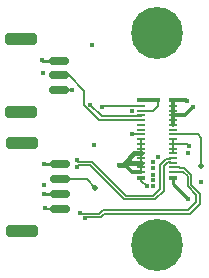
<source format=gbr>
%TF.GenerationSoftware,KiCad,Pcbnew,7.0.10*%
%TF.CreationDate,2024-02-02T13:19:37-05:00*%
%TF.ProjectId,quad_radio_adapter,71756164-5f72-4616-9469-6f5f61646170,rev?*%
%TF.SameCoordinates,Original*%
%TF.FileFunction,Copper,L6,Bot*%
%TF.FilePolarity,Positive*%
%FSLAX46Y46*%
G04 Gerber Fmt 4.6, Leading zero omitted, Abs format (unit mm)*
G04 Created by KiCad (PCBNEW 7.0.10) date 2024-02-02 13:19:37*
%MOMM*%
%LPD*%
G01*
G04 APERTURE LIST*
G04 Aperture macros list*
%AMRoundRect*
0 Rectangle with rounded corners*
0 $1 Rounding radius*
0 $2 $3 $4 $5 $6 $7 $8 $9 X,Y pos of 4 corners*
0 Add a 4 corners polygon primitive as box body*
4,1,4,$2,$3,$4,$5,$6,$7,$8,$9,$2,$3,0*
0 Add four circle primitives for the rounded corners*
1,1,$1+$1,$2,$3*
1,1,$1+$1,$4,$5*
1,1,$1+$1,$6,$7*
1,1,$1+$1,$8,$9*
0 Add four rect primitives between the rounded corners*
20,1,$1+$1,$2,$3,$4,$5,0*
20,1,$1+$1,$4,$5,$6,$7,0*
20,1,$1+$1,$6,$7,$8,$9,0*
20,1,$1+$1,$8,$9,$2,$3,0*%
G04 Aperture macros list end*
%TA.AperFunction,ComponentPad*%
%ADD10C,4.400000*%
%TD*%
%TA.AperFunction,SMDPad,CuDef*%
%ADD11RoundRect,0.150000X0.700000X-0.150000X0.700000X0.150000X-0.700000X0.150000X-0.700000X-0.150000X0*%
%TD*%
%TA.AperFunction,SMDPad,CuDef*%
%ADD12RoundRect,0.250000X1.100000X-0.250000X1.100000X0.250000X-1.100000X0.250000X-1.100000X-0.250000X0*%
%TD*%
%TA.AperFunction,SMDPad,CuDef*%
%ADD13R,0.660000X0.230000*%
%TD*%
%TA.AperFunction,SMDPad,CuDef*%
%ADD14R,0.660000X0.350000*%
%TD*%
%TA.AperFunction,ViaPad*%
%ADD15C,0.400000*%
%TD*%
%TA.AperFunction,ViaPad*%
%ADD16C,0.500000*%
%TD*%
%TA.AperFunction,Conductor*%
%ADD17C,0.254000*%
%TD*%
%TA.AperFunction,Conductor*%
%ADD18C,0.152400*%
%TD*%
%TA.AperFunction,Conductor*%
%ADD19C,0.203200*%
%TD*%
%TA.AperFunction,Conductor*%
%ADD20C,0.304800*%
%TD*%
%TA.AperFunction,Conductor*%
%ADD21C,0.132080*%
%TD*%
%TA.AperFunction,Conductor*%
%ADD22C,0.381000*%
%TD*%
%TA.AperFunction,Conductor*%
%ADD23C,0.127000*%
%TD*%
G04 APERTURE END LIST*
D10*
%TO.P,H1,1,1*%
%TO.N,GND*%
X104000000Y-91000000D03*
%TD*%
%TO.P,H2,1,1*%
%TO.N,GND*%
X104000000Y-109000000D03*
%TD*%
D11*
%TO.P,J4,1,Pin_1*%
%TO.N,RC_INPUT*%
X95765238Y-105900000D03*
%TO.P,J4,2,Pin_2*%
%TO.N,GND*%
X95765238Y-104650000D03*
%TO.P,J4,3,Pin_3*%
%TO.N,SBUS2_HERELINK*%
X95765238Y-103400000D03*
%TO.P,J4,4,Pin_4*%
%TO.N,GND*%
X95765238Y-102150000D03*
D12*
%TO.P,J4,MP*%
%TO.N,N/C*%
X92565238Y-107750000D03*
X92565238Y-100300000D03*
%TD*%
D13*
%TO.P,J1,1,Pin_1*%
%TO.N,GND*%
X105355000Y-97200000D03*
%TO.P,J1,2,Pin_2*%
X105355000Y-97600000D03*
%TO.P,J1,3,Pin_3*%
X105355000Y-98000000D03*
%TO.P,J1,4,Pin_4*%
X105355000Y-98400000D03*
%TO.P,J1,5,Pin_5*%
X105355000Y-98800000D03*
%TO.P,J1,6,Pin_6*%
%TO.N,unconnected-(J1-Pin_6-Pad6)*%
X105355000Y-99200000D03*
%TO.P,J1,7,Pin_7*%
%TO.N,SBUS2_HERELINK*%
X105355000Y-99600000D03*
%TO.P,J1,8,Pin_8*%
%TO.N,GND*%
X105355000Y-100000000D03*
%TO.P,J1,9,Pin_9*%
X105355000Y-100400000D03*
%TO.P,J1,10,Pin_10*%
X105355000Y-100800000D03*
%TO.P,J1,11,Pin_11*%
X105355000Y-101200000D03*
%TO.P,J1,12,Pin_12*%
%TO.N,ETH_RADIO_RX_POSTMAG_P*%
X105355000Y-101600000D03*
%TO.P,J1,13,Pin_13*%
%TO.N,ETH_RADIO_RX_POSTMAG_N*%
X105355000Y-102000000D03*
%TO.P,J1,14,Pin_14*%
%TO.N,ETH_RADIO_TX_POSTMAG_P*%
X105355000Y-102400000D03*
%TO.P,J1,15,Pin_15*%
%TO.N,ETH_RADIO_TX_POSTMAG_N*%
X105355000Y-102800000D03*
%TO.P,J1,16,Pin_16*%
%TO.N,RC_INPUT*%
X102645000Y-97200000D03*
%TO.P,J1,17,Pin_17*%
%TO.N,GND*%
X102645000Y-97600000D03*
%TO.P,J1,18,Pin_18*%
%TO.N,TELEM1_TX*%
X102645000Y-98000000D03*
%TO.P,J1,19,Pin_19*%
%TO.N,TELEM1_RX*%
X102645000Y-98400000D03*
%TO.P,J1,20,Pin_20*%
%TO.N,unconnected-(J1-Pin_20-Pad20)*%
X102645000Y-98800000D03*
%TO.P,J1,21,Pin_21*%
%TO.N,unconnected-(J1-Pin_21-Pad21)*%
X102645000Y-99200000D03*
%TO.P,J1,22,Pin_22*%
%TO.N,GND*%
X102645000Y-99600000D03*
%TO.P,J1,23,Pin_23*%
%TO.N,+VIN_PROT_RADIO*%
X102645000Y-100000000D03*
%TO.P,J1,24,Pin_24*%
X102645000Y-100400000D03*
%TO.P,J1,25,Pin_25*%
X102645000Y-100800000D03*
%TO.P,J1,26,Pin_26*%
X102645000Y-101200000D03*
%TO.P,J1,27,Pin_27*%
X102645000Y-101600000D03*
%TO.P,J1,28,Pin_28*%
X102645000Y-102000000D03*
%TO.P,J1,29,Pin_29*%
X102645000Y-102400000D03*
%TO.P,J1,30,Pin_30*%
X102645000Y-102800000D03*
D14*
%TO.P,J1,SH,SH*%
%TO.N,GND*%
X105355000Y-96725000D03*
X102645000Y-96725000D03*
X105355000Y-103275000D03*
X102645000Y-103275000D03*
%TD*%
D11*
%TO.P,J5,1,Pin_1*%
%TO.N,TELEM1_TX*%
X95665238Y-95850000D03*
%TO.P,J5,2,Pin_2*%
%TO.N,TELEM1_RX*%
X95665238Y-94600000D03*
%TO.P,J5,3,Pin_3*%
%TO.N,GND*%
X95665238Y-93350000D03*
D12*
%TO.P,J5,MP*%
%TO.N,N/C*%
X92465238Y-97700000D03*
X92465238Y-91500000D03*
%TD*%
D15*
%TO.N,GND*%
X106620000Y-105050000D03*
X107010200Y-97307400D03*
X94437200Y-103911400D03*
X103682800Y-101930200D03*
X94259400Y-93319600D03*
X94411800Y-104622600D03*
X103665800Y-103001782D03*
X98510000Y-92000000D03*
X104089200Y-101498400D03*
X103657400Y-102489000D03*
X104063800Y-96723200D03*
X94310200Y-94437200D03*
X106680000Y-100584000D03*
X101854000Y-99593400D03*
X94437200Y-102133400D03*
X103665800Y-103479600D03*
X106502200Y-96774000D03*
X103098600Y-104013000D03*
X103641983Y-103989183D03*
D16*
%TO.N,SBUS2_HERELINK*%
X107750000Y-102320000D03*
X98770000Y-104110000D03*
D15*
%TO.N,ETH_RADIO_RX_POSTMAG_P*%
X97200000Y-101788640D03*
%TO.N,ETH_RADIO_RX_POSTMAG_N*%
X97200000Y-102361360D03*
%TO.N,ETH_RADIO_TX_POSTMAG_P*%
X97917000Y-106680000D03*
%TO.N,ETH_RADIO_TX_POSTMAG_N*%
X97450000Y-106250000D03*
%TO.N,TELEM1_TX*%
X98348800Y-97078800D03*
X96799400Y-95885000D03*
%TO.N,+VIN_PROT_RADIO*%
X101244400Y-102209600D03*
X100741197Y-102209600D03*
%TO.N,RC_INPUT*%
X94480000Y-105870000D03*
X99360000Y-97280000D03*
%TO.N,Net-(D1-K)*%
X98653600Y-100482400D03*
X106629200Y-101200000D03*
%TO.N,Net-(IC1-FB)*%
X107696000Y-103632000D03*
X101854000Y-97612200D03*
%TD*%
D17*
%TO.N,GND*%
X105355000Y-103785000D02*
X106620000Y-105050000D01*
X105355000Y-103275000D02*
X105355000Y-103785000D01*
D18*
X102645000Y-103559400D02*
X103098600Y-104013000D01*
D19*
X106496000Y-100400000D02*
X106680000Y-100584000D01*
X105355000Y-101200000D02*
X105355000Y-100400000D01*
D20*
X106453200Y-96725000D02*
X106502200Y-96774000D01*
D18*
X102645000Y-97600000D02*
X103644200Y-97600000D01*
D20*
X104062000Y-96725000D02*
X104063800Y-96723200D01*
D18*
X103644200Y-97600000D02*
X104063800Y-97180400D01*
X101860600Y-99600000D02*
X101854000Y-99593400D01*
D20*
X102645000Y-96725000D02*
X104062000Y-96725000D01*
D17*
X94439200Y-104650000D02*
X94411800Y-104622600D01*
D19*
X105355000Y-100000000D02*
X105355000Y-100400000D01*
D18*
X104063800Y-97180400D02*
X104063800Y-96723200D01*
D17*
X95765238Y-104650000D02*
X94439200Y-104650000D01*
X95765238Y-102150000D02*
X94453800Y-102150000D01*
D20*
X105355000Y-96725000D02*
X106453200Y-96725000D01*
D17*
X94453800Y-102150000D02*
X94437200Y-102133400D01*
X95665238Y-93350000D02*
X94289800Y-93350000D01*
D20*
X105355000Y-98000000D02*
X106317600Y-98000000D01*
D19*
X105355000Y-100400000D02*
X106496000Y-100400000D01*
D20*
X105355000Y-98800000D02*
X105355000Y-96725000D01*
D17*
X94289800Y-93350000D02*
X94259400Y-93319600D01*
D18*
X102645000Y-103275000D02*
X102645000Y-103559400D01*
X102645000Y-99600000D02*
X101860600Y-99600000D01*
D20*
X106317600Y-98000000D02*
X107010200Y-97307400D01*
D18*
%TO.N,SBUS2_HERELINK*%
X98060000Y-103400000D02*
X98770000Y-104110000D01*
X107750000Y-99870000D02*
X107750000Y-102320000D01*
X95765238Y-103400000D02*
X98060000Y-103400000D01*
X107480000Y-99600000D02*
X107750000Y-99870000D01*
X105355000Y-99600000D02*
X107480000Y-99600000D01*
D21*
%TO.N,ETH_RADIO_RX_POSTMAG_P*%
X105092400Y-101647600D02*
X105140000Y-101600000D01*
X104766872Y-101647600D02*
X105092400Y-101647600D01*
X103686872Y-104797600D02*
X104237600Y-104246872D01*
X105140000Y-101600000D02*
X105355000Y-101600000D01*
X104237600Y-104246872D02*
X104237600Y-102176872D01*
X97200000Y-101788640D02*
X97333959Y-101922599D01*
X97333959Y-101922599D02*
X98448127Y-101922599D01*
X104237600Y-102176872D02*
X104766872Y-101647600D01*
X101323128Y-104797600D02*
X103686872Y-104797600D01*
X98448127Y-101922599D02*
X101323128Y-104797600D01*
%TO.N,ETH_RADIO_RX_POSTMAG_N*%
X101196872Y-105102400D02*
X103813128Y-105102400D01*
X105140000Y-102000000D02*
X105355000Y-102000000D01*
X97333959Y-102227401D02*
X98321873Y-102227401D01*
X105092400Y-101952400D02*
X105140000Y-102000000D01*
X97200000Y-102361360D02*
X97333959Y-102227401D01*
X104542400Y-102303128D02*
X104893128Y-101952400D01*
X104893128Y-101952400D02*
X105092400Y-101952400D01*
X103813128Y-105102400D02*
X104542400Y-104373128D01*
X98321873Y-102227401D02*
X101196872Y-105102400D01*
X104542400Y-104373128D02*
X104542400Y-102303128D01*
%TO.N,ETH_RADIO_TX_POSTMAG_P*%
X105355000Y-102400000D02*
X105850001Y-102400000D01*
X99533128Y-106302400D02*
X99223128Y-106612400D01*
X106283128Y-102447600D02*
X106872400Y-103036872D01*
X99223128Y-106612400D02*
X97984600Y-106612400D01*
X107592400Y-105463128D02*
X106753128Y-106302400D01*
X106872400Y-103036872D02*
X106872400Y-103886872D01*
X105850001Y-102400000D02*
X105897601Y-102447600D01*
X105897601Y-102447600D02*
X106283128Y-102447600D01*
X97984600Y-106612400D02*
X97917000Y-106680000D01*
X107592400Y-104606872D02*
X107592400Y-105463128D01*
X106753128Y-106302400D02*
X99533128Y-106302400D01*
X106872400Y-103886872D02*
X107592400Y-104606872D01*
%TO.N,ETH_RADIO_TX_POSTMAG_N*%
X107287600Y-105336872D02*
X106626872Y-105997600D01*
X106626872Y-105997600D02*
X99406872Y-105997600D01*
X106156872Y-102752400D02*
X106567600Y-103163128D01*
X105897601Y-102752400D02*
X106156872Y-102752400D01*
X99096872Y-106307600D02*
X97507600Y-106307600D01*
X99406872Y-105997600D02*
X99096872Y-106307600D01*
X105355000Y-102800000D02*
X105850001Y-102800000D01*
X105850001Y-102800000D02*
X105897601Y-102752400D01*
X106567600Y-103163128D02*
X106567600Y-104013128D01*
X106567600Y-104013128D02*
X107287600Y-104733128D01*
X107287600Y-104733128D02*
X107287600Y-105336872D01*
X97507600Y-106307600D02*
X97450000Y-106250000D01*
D18*
%TO.N,TELEM1_TX*%
X95665238Y-95850000D02*
X96764400Y-95850000D01*
X98348800Y-97078800D02*
X99288600Y-98018600D01*
X96764400Y-95850000D02*
X96799400Y-95885000D01*
X102626400Y-98018600D02*
X102645000Y-98000000D01*
X99288600Y-98018600D02*
X102626400Y-98018600D01*
%TO.N,TELEM1_RX*%
X97815400Y-95900163D02*
X96515237Y-94600000D01*
X102644600Y-98399600D02*
X99085400Y-98399600D01*
X99085400Y-98399600D02*
X97815400Y-97129600D01*
X97815400Y-97129600D02*
X97815400Y-95900163D01*
X96515237Y-94600000D02*
X95665238Y-94600000D01*
X102645000Y-98400000D02*
X102644600Y-98399600D01*
D22*
%TO.N,+VIN_PROT_RADIO*%
X101244400Y-101985600D02*
X101244400Y-102209600D01*
D18*
X102645000Y-100000000D02*
X102645000Y-102800000D01*
D20*
X101244400Y-102209600D02*
X101249600Y-102209600D01*
D22*
X101454000Y-102000000D02*
X101244400Y-102209600D01*
X100741197Y-102209600D02*
X101244400Y-102209600D01*
X102645000Y-101200000D02*
X102030000Y-101200000D01*
X102645000Y-102000000D02*
X101454000Y-102000000D01*
X102030000Y-101200000D02*
X101244400Y-101985600D01*
D20*
X101840000Y-102800000D02*
X102645000Y-102800000D01*
X101249600Y-102209600D02*
X101840000Y-102800000D01*
D23*
%TO.N,RC_INPUT*%
X94480000Y-105870000D02*
X94510000Y-105900000D01*
X102645000Y-97200000D02*
X99440000Y-97200000D01*
X94510000Y-105900000D02*
X95765238Y-105900000D01*
X99440000Y-97200000D02*
X99360000Y-97280000D01*
%TD*%
M02*

</source>
